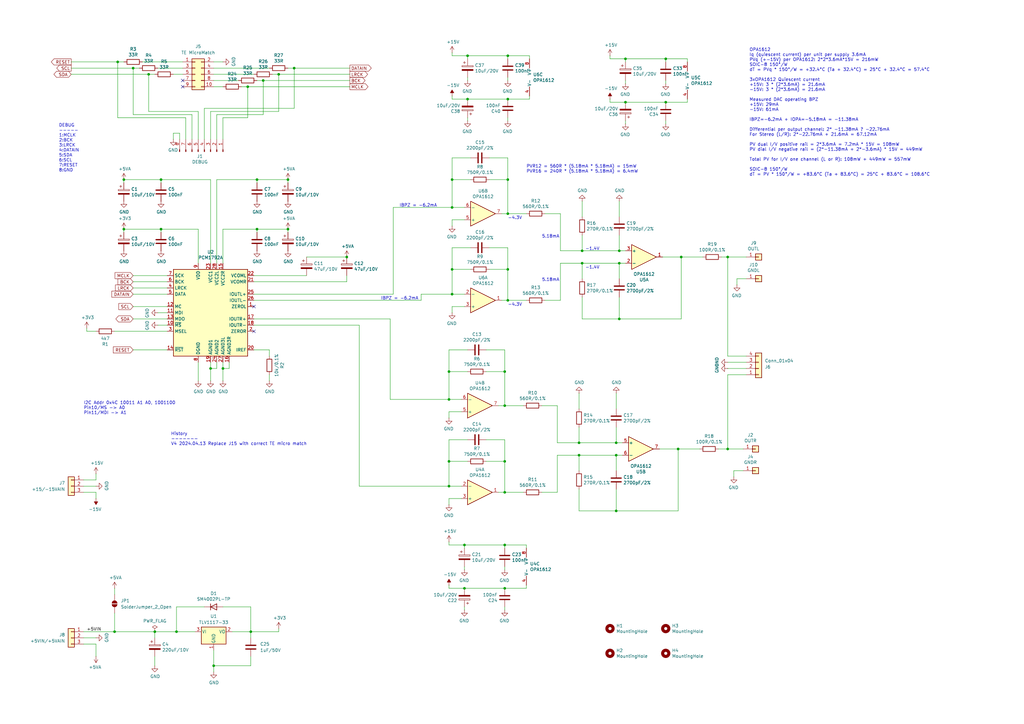
<source format=kicad_sch>
(kicad_sch (version 20231120) (generator "eeschema") (generator_version "8.0")
  (paper "A3")
  (title_block (title "DAC PCM1792A") (date "2024-04-13") (rev "V4"))
  (junction (at 86.36 151.13))
  (junction (at 252.73 181.61))
  (junction (at 185.42 73.66))
  (junction (at 273.05 24.13))
  (junction (at 256.54 41.91))
  (junction (at 185.42 110.49))
  (junction (at 208.28 123.19))
  (junction (at 91.44 151.13))
  (junction (at 208.28 40.64))
  (junction (at 190.5 223.52))
  (junction (at 273.05 41.91))
  (junction (at 120.65 27.94))
  (junction (at 208.28 87.63))
  (junction (at 107.95 33.02))
  (junction (at 278.13 184.15))
  (junction (at 191.77 40.64))
  (junction (at 252.73 186.69))
  (junction (at 191.77 22.86))
  (junction (at 102.87 259.08))
  (junction (at 208.28 73.66))
  (junction (at 184.15 189.23))
  (junction (at 60.96 30.48))
  (junction (at 184.15 152.4))
  (junction (at 254 107.95))
  (junction (at 114.3 30.48))
  (junction (at 207.01 201.93))
  (junction (at 298.45 184.15))
  (junction (at 46.99 259.08))
  (junction (at 190.5 241.3))
  (junction (at 254 130.81))
  (junction (at 50.8 93.98))
  (junction (at 105.41 93.98))
  (junction (at 185.42 85.09))
  (junction (at 252.73 209.55))
  (junction (at 118.11 93.98))
  (junction (at 254 102.87))
  (junction (at 184.15 163.83))
  (junction (at 87.63 273.05))
  (junction (at 54.61 27.94))
  (junction (at 48.26 25.4))
  (junction (at 237.49 186.69))
  (junction (at 118.11 73.66))
  (junction (at 237.49 181.61))
  (junction (at 207.01 189.23))
  (junction (at 184.15 199.39))
  (junction (at 63.5 259.08))
  (junction (at 207.01 241.3))
  (junction (at 72.39 259.08))
  (junction (at 238.76 107.95))
  (junction (at 66.04 73.66))
  (junction (at 142.24 105.41))
  (junction (at 256.54 24.13))
  (junction (at 207.01 223.52))
  (junction (at 208.28 110.49))
  (junction (at 238.76 102.87))
  (junction (at 279.4 105.41))
  (junction (at 185.42 120.65))
  (junction (at 50.8 73.66))
  (junction (at 101.6 35.56))
  (junction (at 208.28 22.86))
  (junction (at 105.41 73.66))
  (junction (at 207.01 166.37))
  (junction (at 66.04 93.98))
  (junction (at 298.45 105.41))
  (junction (at 207.01 152.4))
  (no_connect (at 104.14 135.89))
  (no_connect (at 74.93 33.02))
  (no_connect (at 104.14 125.73))
  (no_connect (at 74.93 35.56))
  (wire (pts (xy 46.99 259.08) (xy 63.5 259.08)))
  (wire (pts (xy 91.44 156.21) (xy 91.44 151.13)))
  (wire (pts (xy 184.15 152.4) (xy 191.77 152.4)))
  (wire (pts (xy 71.12 30.48) (xy 74.93 30.48)))
  (wire (pts (xy 34.29 196.85) (xy 39.37 196.85)))
  (wire (pts (xy 184.15 180.34) (xy 184.15 189.23)))
  (wire (pts (xy 105.41 93.98) (xy 118.11 93.98)))
  (wire (pts (xy 254 102.87) (xy 238.76 102.87)))
  (wire (pts (xy 252.73 209.55) (xy 252.73 200.66)))
  (wire (pts (xy 217.17 39.37) (xy 217.17 40.64)))
  (wire (pts (xy 217.17 40.64) (xy 208.28 40.64)))
  (wire (pts (xy 278.13 209.55) (xy 252.73 209.55)))
  (wire (pts (xy 81.28 93.98) (xy 66.04 93.98)))
  (wire (pts (xy 208.28 101.6) (xy 200.66 101.6)))
  (wire (pts (xy 64.77 133.35) (xy 68.58 133.35)))
  (wire (pts (xy 78.74 46.99) (xy 54.61 46.99)))
  (wire (pts (xy 281.94 41.91) (xy 273.05 41.91)))
  (wire (pts (xy 110.49 146.05) (xy 110.49 143.51)))
  (wire (pts (xy 184.15 199.39) (xy 189.23 199.39)))
  (wire (pts (xy 254 130.81) (xy 254 121.92)))
  (wire (pts (xy 35.56 135.89) (xy 35.56 134.62)))
  (wire (pts (xy 208.28 22.86) (xy 208.28 24.13)))
  (wire (pts (xy 78.74 57.15) (xy 78.74 46.99)))
  (wire (pts (xy 71.12 57.15) (xy 71.12 54.61)))
  (wire (pts (xy 223.52 123.19) (xy 229.87 123.19)))
  (wire (pts (xy 298.45 151.13) (xy 306.07 151.13)))
  (wire (pts (xy 63.5 261.62) (xy 63.5 259.08)))
  (wire (pts (xy 279.4 105.41) (xy 279.4 130.81)))
  (wire (pts (xy 215.9 224.79) (xy 215.9 223.52)))
  (wire (pts (xy 184.15 163.83) (xy 184.15 152.4)))
  (wire (pts (xy 66.04 93.98) (xy 50.8 93.98)))
  (wire (pts (xy 214.63 166.37) (xy 207.01 166.37)))
  (wire (pts (xy 207.01 201.93) (xy 204.47 201.93)))
  (wire (pts (xy 105.41 73.66) (xy 105.41 74.93)))
  (wire (pts (xy 54.61 143.51) (xy 68.58 143.51)))
  (wire (pts (xy 29.21 25.4) (xy 48.26 25.4)))
  (wire (pts (xy 222.25 166.37) (xy 228.6 166.37)))
  (wire (pts (xy 102.87 259.08) (xy 114.3 259.08)))
  (wire (pts (xy 147.32 199.39) (xy 147.32 133.35)))
  (wire (pts (xy 184.15 204.47) (xy 184.15 207.01)))
  (wire (pts (xy 105.41 93.98) (xy 105.41 95.25)))
  (wire (pts (xy 256.54 24.13) (xy 250.19 24.13)))
  (wire (pts (xy 83.82 248.92) (xy 72.39 248.92)))
  (wire (pts (xy 104.14 115.57) (xy 142.24 115.57)))
  (wire (pts (xy 54.61 118.11) (xy 68.58 118.11)))
  (wire (pts (xy 254 96.52) (xy 254 102.87)))
  (wire (pts (xy 302.26 116.84) (xy 302.26 114.3)))
  (wire (pts (xy 104.14 123.19) (xy 172.72 123.19)))
  (wire (pts (xy 252.73 175.26) (xy 252.73 181.61)))
  (wire (pts (xy 110.49 143.51) (xy 104.14 143.51)))
  (wire (pts (xy 114.3 30.48) (xy 114.3 45.72)))
  (wire (pts (xy 214.63 201.93) (xy 207.01 201.93)))
  (wire (pts (xy 229.87 87.63) (xy 229.87 102.87)))
  (wire (pts (xy 60.96 30.48) (xy 63.5 30.48)))
  (wire (pts (xy 88.9 73.66) (xy 105.41 73.66)))
  (wire (pts (xy 185.42 110.49) (xy 185.42 120.65)))
  (wire (pts (xy 207.01 250.19) (xy 207.01 248.92)))
  (wire (pts (xy 208.28 22.86) (xy 191.77 22.86)))
  (wire (pts (xy 83.82 44.45) (xy 83.82 57.15)))
  (wire (pts (xy 256.54 24.13) (xy 256.54 25.4)))
  (wire (pts (xy 81.28 45.72) (xy 60.96 45.72)))
  (wire (pts (xy 185.42 120.65) (xy 190.5 120.65)))
  (wire (pts (xy 72.39 259.08) (xy 80.01 259.08)))
  (wire (pts (xy 72.39 248.92) (xy 72.39 259.08)))
  (wire (pts (xy 298.45 148.59) (xy 306.07 148.59)))
  (wire (pts (xy 298.45 184.15) (xy 304.8 184.15)))
  (wire (pts (xy 207.01 189.23) (xy 207.01 180.34)))
  (wire (pts (xy 184.15 223.52) (xy 184.15 222.25)))
  (wire (pts (xy 190.5 90.17) (xy 185.42 90.17)))
  (wire (pts (xy 54.61 27.94) (xy 54.61 46.99)))
  (wire (pts (xy 184.15 143.51) (xy 184.15 152.4)))
  (wire (pts (xy 184.15 168.91) (xy 184.15 171.45)))
  (wire (pts (xy 190.5 233.68) (xy 190.5 232.41)))
  (wire (pts (xy 102.87 259.08) (xy 102.87 248.92)))
  (wire (pts (xy 273.05 24.13) (xy 273.05 25.4)))
  (wire (pts (xy 207.01 143.51) (xy 199.39 143.51)))
  (wire (pts (xy 207.01 189.23) (xy 207.01 201.93)))
  (wire (pts (xy 229.87 123.19) (xy 229.87 107.95)))
  (wire (pts (xy 39.37 201.93) (xy 34.29 201.93)))
  (wire (pts (xy 191.77 189.23) (xy 184.15 189.23)))
  (wire (pts (xy 191.77 143.51) (xy 184.15 143.51)))
  (wire (pts (xy 228.6 166.37) (xy 228.6 181.61)))
  (wire (pts (xy 110.49 156.21) (xy 110.49 153.67)))
  (wire (pts (xy 64.77 27.94) (xy 74.93 27.94)))
  (wire (pts (xy 73.66 54.61) (xy 73.66 57.15)))
  (wire (pts (xy 281.94 25.4) (xy 281.94 24.13)))
  (wire (pts (xy 306.07 146.05) (xy 298.45 146.05)))
  (wire (pts (xy 86.36 156.21) (xy 86.36 151.13)))
  (wire (pts (xy 189.23 168.91) (xy 184.15 168.91)))
  (wire (pts (xy 87.63 266.7) (xy 87.63 273.05)))
  (wire (pts (xy 215.9 240.03) (xy 215.9 241.3)))
  (wire (pts (xy 114.3 30.48) (xy 143.51 30.48)))
  (wire (pts (xy 193.04 110.49) (xy 185.42 110.49)))
  (wire (pts (xy 60.96 30.48) (xy 60.96 45.72)))
  (wire (pts (xy 185.42 125.73) (xy 185.42 128.27)))
  (wire (pts (xy 118.11 27.94) (xy 120.65 27.94)))
  (wire (pts (xy 229.87 107.95) (xy 238.76 107.95)))
  (wire (pts (xy 118.11 73.66) (xy 118.11 74.93)))
  (wire (pts (xy 273.05 50.8) (xy 273.05 49.53)))
  (wire (pts (xy 125.73 105.41) (xy 142.24 105.41)))
  (wire (pts (xy 237.49 186.69) (xy 237.49 193.04)))
  (wire (pts (xy 81.28 57.15) (xy 81.28 45.72)))
  (wire (pts (xy 208.28 40.64) (xy 191.77 40.64)))
  (wire (pts (xy 193.04 64.77) (xy 185.42 64.77)))
  (wire (pts (xy 160.02 163.83) (xy 184.15 163.83)))
  (wire (pts (xy 237.49 209.55) (xy 252.73 209.55)))
  (wire (pts (xy 190.5 223.52) (xy 190.5 224.79)))
  (wire (pts (xy 34.29 199.39) (xy 39.37 199.39)))
  (wire (pts (xy 191.77 49.53) (xy 191.77 48.26)))
  (wire (pts (xy 238.76 102.87) (xy 238.76 96.52)))
  (wire (pts (xy 118.11 93.98) (xy 118.11 95.25)))
  (wire (pts (xy 190.5 85.09) (xy 185.42 85.09)))
  (wire (pts (xy 88.9 151.13) (xy 88.9 148.59)))
  (wire (pts (xy 142.24 115.57) (xy 142.24 113.03)))
  (wire (pts (xy 76.2 57.15) (xy 76.2 48.26)))
  (wire (pts (xy 252.73 167.64) (xy 252.73 161.29)))
  (wire (pts (xy 252.73 181.61) (xy 237.49 181.61)))
  (wire (pts (xy 208.28 64.77) (xy 200.66 64.77)))
  (wire (pts (xy 147.32 133.35) (xy 104.14 133.35)))
  (wire (pts (xy 254 88.9) (xy 254 82.55)))
  (wire (pts (xy 48.26 48.26) (xy 76.2 48.26)))
  (wire (pts (xy 200.66 110.49) (xy 208.28 110.49)))
  (wire (pts (xy 81.28 107.95) (xy 81.28 93.98)))
  (wire (pts (xy 39.37 196.85) (xy 39.37 194.31)))
  (wire (pts (xy 46.99 251.46) (xy 46.99 259.08)))
  (wire (pts (xy 172.72 123.19) (xy 172.72 120.65)))
  (wire (pts (xy 190.5 125.73) (xy 185.42 125.73)))
  (wire (pts (xy 254 107.95) (xy 256.54 107.95)))
  (wire (pts (xy 217.17 24.13) (xy 217.17 22.86)))
  (wire (pts (xy 273.05 24.13) (xy 256.54 24.13)))
  (wire (pts (xy 270.51 184.15) (xy 278.13 184.15)))
  (wire (pts (xy 207.01 233.68) (xy 207.01 232.41)))
  (wire (pts (xy 88.9 46.99) (xy 107.95 46.99)))
  (wire (pts (xy 189.23 204.47) (xy 184.15 204.47)))
  (wire (pts (xy 191.77 33.02) (xy 191.77 31.75)))
  (wire (pts (xy 87.63 35.56) (xy 91.44 35.56)))
  (wire (pts (xy 207.01 166.37) (xy 204.47 166.37)))
  (wire (pts (xy 193.04 101.6) (xy 185.42 101.6)))
  (wire (pts (xy 46.99 135.89) (xy 68.58 135.89)))
  (wire (pts (xy 102.87 248.92) (xy 91.44 248.92)))
  (wire (pts (xy 208.28 73.66) (xy 208.28 64.77)))
  (wire (pts (xy 207.01 241.3) (xy 190.5 241.3)))
  (wire (pts (xy 191.77 22.86) (xy 191.77 24.13)))
  (wire (pts (xy 228.6 201.93) (xy 228.6 186.69)))
  (wire (pts (xy 279.4 105.41) (xy 288.29 105.41)))
  (wire (pts (xy 238.76 121.92) (xy 238.76 130.81)))
  (wire (pts (xy 199.39 189.23) (xy 207.01 189.23)))
  (wire (pts (xy 199.39 152.4) (xy 207.01 152.4)))
  (wire (pts (xy 114.3 259.08) (xy 114.3 257.81)))
  (wire (pts (xy 191.77 22.86) (xy 185.42 22.86)))
  (wire (pts (xy 254 114.3) (xy 254 107.95)))
  (wire (pts (xy 238.76 88.9) (xy 238.76 82.55)))
  (wire (pts (xy 39.37 264.16) (xy 34.29 264.16)))
  (wire (pts (xy 34.29 259.08) (xy 46.99 259.08)))
  (wire (pts (xy 298.45 153.67) (xy 298.45 184.15)))
  (wire (pts (xy 86.36 45.72) (xy 86.36 57.15)))
  (wire (pts (xy 185.42 85.09) (xy 185.42 73.66)))
  (wire (pts (xy 208.28 110.49) (xy 208.28 101.6)))
  (wire (pts (xy 215.9 223.52) (xy 207.01 223.52)))
  (wire (pts (xy 190.5 223.52) (xy 184.15 223.52)))
  (wire (pts (xy 87.63 275.59) (xy 87.63 273.05)))
  (wire (pts (xy 238.76 107.95) (xy 254 107.95)))
  (wire (pts (xy 185.42 73.66) (xy 193.04 73.66)))
  (wire (pts (xy 278.13 184.15) (xy 287.02 184.15)))
  (wire (pts (xy 88.9 46.99) (xy 88.9 57.15)))
  (wire (pts (xy 281.94 40.64) (xy 281.94 41.91)))
  (wire (pts (xy 87.63 27.94) (xy 110.49 27.94)))
  (wire (pts (xy 295.91 105.41) (xy 298.45 105.41)))
  (wire (pts (xy 87.63 273.05) (xy 102.87 273.05)))
  (wire (pts (xy 54.61 113.03) (xy 68.58 113.03)))
  (wire (pts (xy 91.44 48.26) (xy 91.44 57.15)))
  (wire (pts (xy 207.01 223.52) (xy 207.01 224.79)))
  (wire (pts (xy 93.98 151.13) (xy 93.98 148.59)))
  (wire (pts (xy 48.26 48.26) (xy 48.26 25.4)))
  (wire (pts (xy 66.04 73.66) (xy 86.36 73.66)))
  (wire (pts (xy 107.95 33.02) (xy 107.95 46.99)))
  (wire (pts (xy 50.8 93.98) (xy 50.8 95.25)))
  (wire (pts (xy 102.87 273.05) (xy 102.87 269.24)))
  (wire (pts (xy 101.6 35.56) (xy 99.06 35.56)))
  (wire (pts (xy 87.63 25.4) (xy 91.44 25.4)))
  (wire (pts (xy 54.61 125.73) (xy 68.58 125.73)))
  (wire (pts (xy 161.29 85.09) (xy 185.42 85.09)))
  (wire (pts (xy 200.66 73.66) (xy 208.28 73.66)))
  (wire (pts (xy 298.45 146.05) (xy 298.45 105.41)))
  (wire (pts (xy 184.15 241.3) (xy 184.15 240.03)))
  (wire (pts (xy 237.49 181.61) (xy 237.49 175.26)))
  (wire (pts (xy 208.28 123.19) (xy 205.74 123.19)))
  (wire (pts (xy 86.36 151.13) (xy 88.9 151.13)))
  (wire (pts (xy 91.44 107.95) (xy 91.44 93.98)))
  (wire (pts (xy 256.54 34.29) (xy 256.54 33.02)))
  (wire (pts (xy 185.42 40.64) (xy 185.42 39.37)))
  (wire (pts (xy 273.05 34.29) (xy 273.05 33.02)))
  (wire (pts (xy 86.36 107.95) (xy 86.36 73.66)))
  (wire (pts (xy 54.61 115.57) (xy 68.58 115.57)))
  (wire (pts (xy 91.44 93.98) (xy 105.41 93.98)))
  (wire (pts (xy 191.77 180.34) (xy 184.15 180.34)))
  (wire (pts (xy 215.9 87.63) (xy 208.28 87.63)))
  (wire (pts (xy 34.29 261.62) (xy 39.37 261.62)))
  (wire (pts (xy 95.25 259.08) (xy 102.87 259.08)))
  (wire (pts (xy 64.77 128.27) (xy 68.58 128.27)))
  (wire (pts (xy 190.5 250.19) (xy 190.5 248.92)))
  (wire (pts (xy 39.37 204.47) (xy 39.37 201.93)))
  (wire (pts (xy 104.14 130.81) (xy 160.02 130.81)))
  (wire (pts (xy 208.28 87.63) (xy 205.74 87.63)))
  (wire (pts (xy 252.73 193.04) (xy 252.73 186.69)))
  (wire (pts (xy 46.99 241.3) (xy 46.99 243.84)))
  (wire (pts (xy 185.42 101.6) (xy 185.42 110.49)))
  (wire (pts (xy 185.42 22.86) (xy 185.42 21.59)))
  (wire (pts (xy 184.15 199.39) (xy 147.32 199.39)))
  (wire (pts (xy 39.37 264.16) (xy 39.37 269.24)))
  (wire (pts (xy 208.28 73.66) (xy 208.28 87.63)))
  (wire (pts (xy 208.28 110.49) (xy 208.28 123.19)))
  (wire (pts (xy 68.58 130.81) (xy 54.61 130.81)))
  (wire (pts (xy 237.49 186.69) (xy 252.73 186.69)))
  (wire (pts (xy 252.73 186.69) (xy 255.27 186.69)))
  (wire (pts (xy 256.54 50.8) (xy 256.54 49.53)))
  (wire (pts (xy 87.63 33.02) (xy 97.79 33.02)))
  (wire (pts (xy 87.63 30.48) (xy 104.14 30.48)))
  (wire (pts (xy 215.9 241.3) (xy 207.01 241.3)))
  (wire (pts (xy 238.76 107.95) (xy 238.76 114.3)))
  (wire (pts (xy 278.13 184.15) (xy 278.13 209.55)))
  (wire (pts (xy 58.42 25.4) (xy 74.93 25.4)))
  (wire (pts (xy 88.9 107.95) (xy 88.9 73.66)))
  (wire (pts (xy 63.5 273.05) (xy 63.5 269.24)))
  (wire (pts (xy 190.5 241.3) (xy 184.15 241.3)))
  (wire (pts (xy 29.21 30.48) (xy 60.96 30.48)))
  (wire (pts (xy 191.77 40.64) (xy 185.42 40.64)))
  (wire (pts (xy 273.05 41.91) (xy 256.54 41.91)))
  (wire (pts (xy 91.44 151.13) (xy 93.98 151.13)))
  (wire (pts (xy 215.9 123.19) (xy 208.28 123.19)))
  (wire (pts (xy 185.42 90.17) (xy 185.42 92.71)))
  (wire (pts (xy 250.19 24.13) (xy 250.19 22.86)))
  (wire (pts (xy 105.41 33.02) (xy 107.95 33.02)))
  (wire (pts (xy 229.87 102.87) (xy 238.76 102.87)))
  (wire (pts (xy 161.29 120.65) (xy 161.29 85.09)))
  (wire (pts (xy 54.61 27.94) (xy 57.15 27.94)))
  (wire (pts (xy 184.15 189.23) (xy 184.15 199.39)))
  (wire (pts (xy 120.65 44.45) (xy 120.65 27.94)))
  (wire (pts (xy 160.02 130.81) (xy 160.02 163.83)))
  (wire (pts (xy 250.19 41.91) (xy 250.19 40.64)))
  (wire (pts (xy 120.65 27.94) (xy 143.51 27.94)))
  (wire (pts (xy 107.95 33.02) (xy 143.51 33.02)))
  (wire (pts (xy 39.37 135.89) (xy 35.56 135.89)))
  (wire (pts (xy 207.01 152.4) (xy 207.01 143.51)))
  (wire (pts (xy 104.14 120.65) (xy 161.29 120.65)))
  (wire (pts (xy 71.12 54.61) (xy 73.66 54.61)))
  (wire (pts (xy 101.6 35.56) (xy 143.51 35.56)))
  (wire (pts (xy 256.54 102.87) (xy 254 102.87)))
  (wire (pts (xy 281.94 24.13) (xy 273.05 24.13)))
  (wire (pts (xy 294.64 184.15) (xy 298.45 184.15)))
  (wire (pts (xy 237.49 167.64) (xy 237.49 161.29)))
  (wire (pts (xy 102.87 261.62) (xy 102.87 259.08)))
  (wire (pts (xy 81.28 156.21) (xy 81.28 148.59)))
  (wire (pts (xy 83.82 44.45) (xy 120.65 44.45)))
  (wire (pts (xy 54.61 120.65) (xy 68.58 120.65)))
  (wire (pts (xy 255.27 181.61) (xy 252.73 181.61)))
  (wire (pts (xy 207.01 152.4) (xy 207.01 166.37)))
  (wire (pts (xy 238.76 130.81) (xy 254 130.81)))
  (wire (pts (xy 300.99 195.58) (xy 300.99 193.04)))
  (wire (pts (xy 172.72 120.65) (xy 185.42 120.65)))
  (wire (pts (xy 29.21 27.94) (xy 54.61 27.94)))
  (wire (pts (xy 298.45 105.41) (xy 306.07 105.41)))
  (wire (pts (xy 271.78 105.41) (xy 279.4 105.41)))
  (wire (pts (xy 86.36 151.13) (xy 86.36 148.59)))
  (wire (pts (xy 222.25 201.93) (xy 228.6 201.93)))
  (wire (pts (xy 207.01 180.34) (xy 199.39 180.34)))
  (wire (pts (xy 63.5 259.08) (xy 72.39 259.08)))
  (wire (pts (xy 189.23 163.83) (xy 184.15 163.83)))
  (wire (pts (xy 101.6 35.56) (xy 101.6 48.26)))
  (wire (pts (xy 228.6 181.61) (xy 237.49 181.61)))
  (wire (pts (xy 48.26 25.4) (xy 50.8 25.4)))
  (wire (pts (xy 208.28 33.02) (xy 208.28 31.75)))
  (wire (pts (xy 111.76 30.48) (xy 114.3 30.48)))
  (wire (pts (xy 223.52 87.63) (xy 229.87 87.63)))
  (wire (pts (xy 91.44 48.26) (xy 101.6 48.26)))
  (wire (pts (xy 91.44 151.13) (xy 91.44 148.59)))
  (wire (pts (xy 125.73 113.03) (xy 104.14 113.03)))
  (wire (pts (xy 86.36 45.72) (xy 114.3 45.72)))
  (wire (pts (xy 237.49 200.66) (xy 237.49 209.55)))
  (wire (pts (xy 228.6 186.69) (xy 237.49 186.69)))
  (wire (pts (xy 279.4 130.81) (xy 254 130.81)))
  (wire (pts (xy 256.54 41.91) (xy 250.19 41.91)))
  (wire (pts (xy 50.8 73.66) (xy 50.8 74.93)))
  (wire (pts (xy 217.17 22.86) (xy 208.28 22.86)))
  (wire (pts (xy 66.04 95.25) (xy 66.04 93.98)))
  (wire (pts (xy 207.01 223.52) (xy 190.5 223.52)))
  (wire (pts (xy 66.04 73.66) (xy 50.8 73.66)))
  (wire (pts (xy 185.42 64.77) (xy 185.42 73.66)))
  (wire (pts (xy 306.07 153.67) (xy 298.45 153.67)))
  (wire (pts (xy 300.99 193.04) (xy 304.8 193.04)))
  (wire (pts (xy 208.28 49.53) (xy 208.28 48.26)))
  (wire (pts (xy 105.41 73.66) (xy 118.11 73.66)))
  (wire (pts (xy 66.04 74.93) (xy 66.04 73.66)))
  (wire (pts (xy 302.26 114.3) (xy 306.07 114.3)))
  (text "DEBUG\n-----\n1:MCLK\n2:BCK\n3:LRCK\n4:DATAIN\n5:SDA\n6:SCL\n7:RESET\n8:GND" (at 24.13 60.706 0) (effects (font (size 1.27 1.27)) (justify left)))
  (text "PVR12 = 560R * (5.18mA * 5.18mA) = 15mW\nPVR16 = 240R * (5.18mA * 5.18mA) = 6.4mW\n" (at 215.9 71.12 0) (effects (font (size 1.27 1.27)) (justify left bottom)))
  (text "-4.3V" (at 208.28 125.73 0) (effects (font (size 1.27 1.27)) (justify left bottom)))
  (text "-1.4V" (at 240.03 102.87 0) (effects (font (size 1.27 1.27)) (justify left bottom)))
  (text "History\n-------\nV4 2024.04.13 Replace J15 with correct TE micro match" (at 70.104 180.086 0) (effects (font (size 1.27 1.27)) (justify left)))
  (text "-1.4V" (at 240.03 110.49 0) (effects (font (size 1.27 1.27)) (justify left bottom)))
  (text "-4.3V" (at 208.28 90.17 0) (effects (font (size 1.27 1.27)) (justify left bottom)))
  (text "5.18mA" (at 222.25 115.57 0) (effects (font (size 1.27 1.27)) (justify left bottom)))
  (text "IBPZ = -6.2mA" (at 156.21 123.19 0) (effects (font (size 1.27 1.27)) (justify left bottom)))
  (text "OPA1612\nIq (quiescent current) per unit per supply 3.6mA\nPVq (+-15V) per OPA1612: 2*2*3.6mA*15V = 216mW\nSOIC-8 150°/W\ndT = PVq * 150°/W = +32.4°C (Ta + 32.4°C) = 25°C + 32.4°C = 57.4°C\n\n3xOPA1612 Quiescent current\n+15V: 3 * (2*3.6mA) = 21.6mA\n-15V: 3 * (2*3.6mA) = 21.6mA\n\nMeasured DAC operating BPZ\n+15V: 29mA\n-15V: 61mA\n\nIBPZ=-6.2mA + IOPA=-5.18mA = -11.38mA\n\nDifferential per output channel: 2* -11.38mA ? -22.76mA\nFor Stereo (L/R): 2*-22.76mA + 21.6mA = 67.12mA\n\nPV dual I/V positive rail = 2*3.6mA = 7.2mA * 15V = 108mW\nPV dial I/V negative rail = (2*-11.38mA + 2*-3.6mA) * 15V = 449mW\n\nTotal PV for I/V one channel (L or R): 108mW + 449mW = 557mW\n\nSOIC-8 150°/W\ndT = PV * 150°/W = +83.6°C (Ta + 83.6°C) = 25°C + 83.6°C = 108.6°C" (at 307.34 72.39 0) (effects (font (size 1.27 1.27)) (justify left bottom)))
  (text "5.18mA" (at 222.25 97.79 0) (effects (font (size 1.27 1.27)) (justify left bottom)))
  (text "I2C Addr 0x4C 10011 A1 A0, 1001100\nPin10/MS -> A0\nPin11/MDI -> A1" (at 34.29 170.18 0) (effects (font (size 1.27 1.27)) (justify left bottom)))
  (text "IBPZ = -6.2mA" (at 163.83 85.09 0) (effects (font (size 1.27 1.27)) (justify left bottom)))
  (label "+5VIN" (at 35.56 259.08 0))
  (global_label "DATAIN" (shape input) (at 54.61 120.65 180) (property "Intersheetrefs" "${INTERSHEET_REFS}" (effects (hide yes))))
  (global_label "LRCK" (shape input) (at 54.61 118.11 180) (property "Intersheetrefs" "${INTERSHEET_REFS}" (effects (hide yes))))
  (global_label "RESET" (shape output) (at 29.21 25.4 180) (property "Intersheetrefs" "${INTERSHEET_REFS}" (effects (hide yes))))
  (global_label "DATAIN" (shape output) (at 143.51 27.94 0) (property "Intersheetrefs" "${INTERSHEET_REFS}" (effects (hide yes))))
  (global_label "SCL" (shape output) (at 29.21 27.94 180) (property "Intersheetrefs" "${INTERSHEET_REFS}" (effects (hide yes))))
  (global_label "LRCK" (shape output) (at 143.51 30.48 0) (property "Intersheetrefs" "${INTERSHEET_REFS}" (effects (hide yes))))
  (global_label "BCK" (shape output) (at 143.51 33.02 0) (property "Intersheetrefs" "${INTERSHEET_REFS}" (effects (hide yes))))
  (global_label "SDA" (shape bidirectional) (at 29.21 30.48 180) (property "Intersheetrefs" "${INTERSHEET_REFS}" (effects (hide yes))))
  (global_label "MCLK" (shape input) (at 54.61 113.03 180) (property "Intersheetrefs" "${INTERSHEET_REFS}" (effects (hide yes))))
  (global_label "BCK" (shape input) (at 54.61 115.57 180) (property "Intersheetrefs" "${INTERSHEET_REFS}" (effects (hide yes))))
  (global_label "MCLK" (shape output) (at 143.51 35.56 0) (property "Intersheetrefs" "${INTERSHEET_REFS}" (effects (hide yes))))
  (global_label "SCL" (shape input) (at 54.61 125.73 180) (property "Intersheetrefs" "${INTERSHEET_REFS}" (effects (hide yes))))
  (global_label "SDA" (shape bidirectional) (at 54.61 130.81 180) (property "Intersheetrefs" "${INTERSHEET_REFS}" (effects (hide yes))))
  (global_label "RESET" (shape input) (at 54.61 143.51 180) (property "Intersheetrefs" "${INTERSHEET_REFS}" (effects (hide yes))))
  (symbol (lib_id "Mechanical:MountingHole") (at 250.19 257.81 0) (unit 1)
    (property "Reference" "H1" (at 252.73 256.6416 0) (effects (justify left)))
    (property "Value" "MountingHole" (at 252.73 258.953 0) (effects (justify left)))
    (property "Footprint" "MountingHole:MountingHole_3.2mm_M3_Pad_Via" (effects (hide yes)))
  )
  (symbol (lib_id "Mechanical:MountingHole") (at 273.05 257.81 0) (unit 1)
    (property "Reference" "H3" (at 275.59 256.6416 0) (effects (justify left)))
    (property "Value" "MountingHole" (at 275.59 258.953 0) (effects (justify left)))
    (property "Footprint" "MountingHole:MountingHole_3.2mm_M3_Pad_Via" (effects (hide yes)))
  )
  (symbol (lib_id "Mechanical:MountingHole") (at 250.19 267.97 0) (unit 1)
    (property "Reference" "H2" (at 252.73 266.8016 0) (effects (justify left)))
    (property "Value" "MountingHole" (at 252.73 269.113 0) (effects (justify left)))
    (property "Footprint" "MountingHole:MountingHole_3.2mm_M3_Pad_Via" (effects (hide yes)))
  )
  (symbol (lib_id "Mechanical:MountingHole") (at 273.05 267.97 0) (unit 1)
    (property "Reference" "H4" (at 275.59 266.8016 0) (effects (justify left)))
    (property "Value" "MountingHole" (at 275.59 269.113 0) (effects (justify left)))
    (property "Footprint" "MountingHole:MountingHole_3.2mm_M3_Pad_Via" (effects (hide yes)))
  )
  (symbol (lib_id "power:PWR_FLAG") (at 63.5 259.08 0) (unit 1)
    (property "Reference" "#FLG0102" (effects (hide yes)))
    (property "Value" "PWR_FLAG" (at 63.5 254.6858 0))
    (property "Description" "Special symbol for telling ERC where power comes from" (effects (hide yes)))
  )
  (symbol (lib_id "power:GND") (at 87.63 275.59 0) (unit 1)
    (property "Reference" "#PWR0102" (effects (hide yes)))
    (property "Value" "GND" (at 87.757 279.9842 0))
    (property "Description" "Power symbol creates a global label with name \"GND\" , ground" (effects (hide yes)))
  )
  (symbol (lib_id "Device:C_Polarized") (at 256.54 29.21 0) (unit 1)
    (property "Reference" "C35" (at 259.5372 28.0416 0) (effects (justify left)))
    (property "Value" "10uF/20V" (at 259.5372 30.353 0) (effects (justify left)))
    (property "Footprint" "Capacitor_Tantalum_SMD:CP_EIA-3528-21_Kemet-B_Pad1.50x2.35mm_HandSolder" (effects (hide yes)))
    (property "Description" "Polarized capacitor" (effects (hide yes)))
  )
  (symbol (lib_id "Device:C_Polarized") (at 256.54 45.72 180) (unit 1)
    (property "Reference" "C36" (at 253.5428 46.8884 0) (effects (justify left)))
    (property "Value" "10uF/20V" (at 253.5428 44.577 0) (effects (justify left)))
    (property "Footprint" "Capacitor_Tantalum_SMD:CP_EIA-3528-21_Kemet-B_Pad1.50x2.35mm_HandSolder" (effects (hide yes)))
    (property "Description" "Polarized capacitor" (effects (hide yes)))
  )
  (symbol (lib_id "Device:C") (at 273.05 29.21 0) (unit 1)
    (property "Reference" "C33" (at 275.971 28.0416 0) (effects (justify left)))
    (property "Value" "100nF" (at 275.971 30.353 0) (effects (justify left)))
    (property "Footprint" "Capacitor_SMD:C_0603_1608Metric_Pad1.08x0.95mm_HandSolder" (effects (hide yes)))
  )
  (symbol (lib_id "Device:C") (at 273.05 45.72 180) (unit 1)
    (property "Reference" "C34" (at 270.129 46.8884 0) (effects (justify left)))
    (property "Value" "100nF" (at 270.129 44.577 0) (effects (justify left)))
    (property "Footprint" "Capacitor_SMD:C_0603_1608Metric_Pad1.08x0.95mm_HandSolder" (effects (hide yes)))
  )
  (symbol (lib_id "Amplifier_Operational:OPA1678") (at 284.48 33.02 0) (unit 3)
    (property "Reference" "U5" (at 283.4132 31.8516 0) (effects (justify left)))
    (property "Value" "OPA1612" (at 283.4132 34.163 0) (effects (justify left)))
    (property "Footprint" "Package_SO:SOIC-8_3.9x4.9mm_P1.27mm" (effects (hide yes)))
    (property "Datasheet" "http://www.ti.com/lit/ds/symlink/opa1678.pdf" (effects (hide yes)))
  )
  (symbol (lib_id "power:+3.3V") (at 114.3 257.81 0) (unit 1)
    (property "Reference" "#PWR0105" (effects (hide yes)))
    (property "Value" "+3V3" (at 114.681 253.4158 0))
    (property "Description" "Power symbol creates a global label with name \"+3.3V\"" (effects (hide yes)))
  )
  (symbol (lib_id "power:GND") (at 63.5 273.05 0) (unit 1)
    (property "Reference" "#PWR0101" (effects (hide yes)))
    (property "Value" "GND" (at 63.627 277.4442 0))
    (property "Description" "Power symbol creates a global label with name \"GND\" , ground" (effects (hide yes)))
  )
  (symbol (lib_id "power:GND") (at 39.37 199.39 90) (unit 1)
    (property "Reference" "#PWR0139" (effects (hide yes)))
    (property "Value" "GND" (at 43.7642 199.263 0))
    (property "Description" "Power symbol creates a global label with name \"GND\" , ground" (effects (hide yes)))
  )
  (symbol (lib_id "power:+15V") (at 39.37 194.31 0) (unit 1)
    (property "Reference" "#PWR0140" (effects (hide yes)))
    (property "Value" "+15V" (at 39.751 189.9158 0))
    (property "Description" "Power symbol creates a global label with name \"+15V\"" (effects (hide yes)))
  )
  (symbol (lib_id "power:-15V") (at 39.37 204.47 180) (unit 1)
    (property "Reference" "#PWR0141" (effects (hide yes)))
    (property "Value" "-15V" (at 38.989 208.8642 0))
    (property "Description" "Power symbol creates a global label with name \"-15V\"" (effects (hide yes)))
  )
  (symbol (lib_id "Connector_Generic:Conn_01x01") (at 311.15 105.41 0) (mirror x) (unit 1)
    (property "Reference" "J9" (at 309.0672 99.695 0))
    (property "Value" "OUTL" (at 309.0672 102.0064 0))
    (property "Footprint" "Connector_Pin:Pin_D1.0mm_L10.0mm" (effects (hide yes)))
  )
  (symbol (lib_id "Connector_Generic:Conn_01x01") (at 311.15 114.3 0) (mirror x) (unit 1)
    (property "Reference" "J10" (at 309.0672 108.585 0))
    (property "Value" "GNDL" (at 309.0672 110.8964 0))
    (property "Footprint" "Connector_Pin:Pin_D1.0mm_L10.0mm" (effects (hide yes)))
  )
  (symbol (lib_id "power:GND") (at 302.26 116.84 0) (mirror y) (unit 1)
    (property "Reference" "#PWR0143" (effects (hide yes)))
    (property "Value" "GND" (at 302.133 121.2342 0))
    (property "Description" "Power symbol creates a global label with name \"GND\" , ground" (effects (hide yes)))
  )
  (symbol (lib_id "Audio:PCM1792A") (at 86.36 128.27 0) (unit 1)
    (property "Reference" "U2" (at 86.36 103.3526 0))
    (property "Value" "PCM1792A" (at 86.36 105.664 0))
    (property "Footprint" "Package_SO:SSOP-28_5.3x10.2mm_P0.65mm" (effects (hide yes)))
    (property "Datasheet" "http://www.ti.com/lit/ds/symlink/pcm1792a.pdf" (effects (hide yes)))
  )
  (symbol (lib_id "Connector:Conn_01x08_Pin") (at 83.82 62.23 270) (mirror x) (unit 1)
    (property "Reference" "J1" (at 81.9912 64.0842 90))
    (property "Value" "DEBUG" (at 81.9912 66.3956 90))
    (property "Footprint" "Connector_PinHeader_2.54mm:PinHeader_1x08_P2.54mm_Vertical" (effects (hide yes)))
    (property "Description" "Generic connector, single row, 01x08, script generated" (effects (hide yes)))
  )
  (symbol (lib_id "power:GND") (at 71.12 57.15 0) (mirror y) (unit 1)
    (property "Reference" "#PWR010" (effects (hide yes)))
    (property "Value" "GND" (at 70.993 61.5442 0))
    (property "Description" "Power symbol creates a global label with name \"GND\" , ground" (effects (hide yes)))
  )
  (symbol (lib_id "Device:C") (at 66.04 99.06 0) (unit 1)
    (property "Reference" "C6" (at 68.961 97.8916 0) (effects (justify left)))
    (property "Value" "100nF" (at 68.961 100.203 0) (effects (justify left)))
    (property "Footprint" "Capacitor_SMD:C_0603_1608Metric_Pad1.08x0.95mm_HandSolder" (effects (hide yes)))
  )
  (symbol (lib_id "Device:C_Polarized") (at 50.8 99.06 0) (unit 1)
    (property "Reference" "C3" (at 53.7972 97.8916 0) (effects (justify left)))
    (property "Value" "10uF/10V" (at 53.7972 100.203 0) (effects (justify left)))
    (property "Footprint" "Capacitor_Tantalum_SMD:CP_EIA-3216-18_Kemet-A_Pad1.58x1.35mm_HandSolder" (effects (hide yes)))
    (property "Description" "Polarized capacitor" (effects (hide yes)))
  )
  (symbol (lib_id "power:GND") (at 50.8 102.87 0) (unit 1)
    (property "Reference" "#PWR05" (effects (hide yes)))
    (property "Value" "GND" (at 50.927 107.2642 0))
    (property "Description" "Power symbol creates a global label with name \"GND\" , ground" (effects (hide yes)))
  )
  (symbol (lib_id "power:GND") (at 66.04 102.87 0) (unit 1)
    (property "Reference" "#PWR09" (effects (hide yes)))
    (property "Value" "GND" (at 66.167 107.2642 0))
    (property "Description" "Power symbol creates a global label with name \"GND\" , ground" (effects (hide yes)))
  )
  (symbol (lib_id "power:+3.3V") (at 50.8 93.98 0) (unit 1)
    (property "Reference" "#PWR04" (effects (hide yes)))
    (property "Value" "+3V3" (at 51.181 89.5858 0))
    (property "Description" "Power symbol creates a global label with name \"+3.3V\"" (effects (hide yes)))
  )
  (symbol (lib_id "Device:C") (at 66.04 78.74 0) (unit 1)
    (property "Reference" "C5" (at 68.961 77.5716 0) (effects (justify left)))
    (property "Value" "100nF" (at 68.961 79.883 0) (effects (justify left)))
    (property "Footprint" "Capacitor_SMD:C_0603_1608Metric_Pad1.08x0.95mm_HandSolder" (effects (hide yes)))
  )
  (symbol (lib_id "Device:C_Polarized") (at 50.8 78.74 0) (unit 1)
    (property "Reference" "C1" (at 53.7972 77.5716 0) (effects (justify left)))
    (property "Value" "10uF/10V" (at 53.7972 79.883 0) (effects (justify left)))
    (property "Footprint" "Capacitor_Tantalum_SMD:CP_EIA-3216-18_Kemet-A_Pad1.58x1.35mm_HandSolder" (effects (hide yes)))
    (property "Description" "Polarized capacitor" (effects (hide yes)))
  )
  (symbol (lib_id "power:GND") (at 50.8 82.55 0) (unit 1)
    (property "Reference" "#PWR03" (effects (hide yes)))
    (property "Value" "GND" (at 50.927 86.9442 0))
    (property "Description" "Power symbol creates a global label with name \"GND\" , ground" (effects (hide yes)))
  )
  (symbol (lib_id "power:GND") (at 66.04 82.55 0) (unit 1)
    (property "Reference" "#PWR08" (effects (hide yes)))
    (property "Value" "GND" (at 66.167 86.9442 0))
    (property "Description" "Power symbol creates a global label with name \"GND\" , ground" (effects (hide yes)))
  )
  (symbol (lib_id "power:GND") (at 273.05 50.8 0) (mirror y) (unit 1)
    (property "Reference" "#PWR0162" (effects (hide yes)))
    (property "Value" "GND" (at 272.923 55.1942 0))
    (property "Description" "Power symbol creates a global label with name \"GND\" , ground" (effects (hide yes)))
  )
  (symbol (lib_id "power:GND") (at 273.05 34.29 0) (mirror y) (unit 1)
    (property "Reference" "#PWR0163" (effects (hide yes)))
    (property "Value" "GND" (at 272.923 38.6842 0))
    (property "Description" "Power symbol creates a global label with name \"GND\" , ground" (effects (hide yes)))
  )
  (symbol (lib_id "power:+5VA") (at 50.8 73.66 0) (unit 1)
    (property "Reference" "#PWR02" (effects (hide yes)))
    (property "Value" "+5VA" (at 51.181 69.2658 0))
    (property "Description" "Power symbol creates a global label with name \"+5VA\"" (effects (hide yes)))
  )
  (symbol (lib_id "Device:R") (at 54.61 25.4 90) (mirror x) (unit 1)
    (property "Reference" "R3" (at 54.61 20.1422 90))
    (property "Value" "33R" (at 54.61 22.4536 90))
    (property "Footprint" "Resistor_SMD:R_0603_1608Metric_Pad0.98x0.95mm_HandSolder" (effects (hide yes)))
  )
  (symbol (lib_id "Device:R") (at 60.96 27.94 90) (mirror x) (unit 1)
    (property "Reference" "R4" (at 60.96 22.6822 90))
    (property "Value" "33R" (at 60.96 24.9936 90))
    (property "Footprint" "Resistor_SMD:R_0603_1608Metric_Pad0.98x0.95mm_HandSolder" (effects (hide yes)))
  )
  (symbol (lib_id "Device:R") (at 67.31 30.48 90) (mirror x) (unit 1)
    (property "Reference" "R5" (at 67.31 25.2222 90))
    (property "Value" "33R" (at 67.31 27.5336 90))
    (property "Footprint" "Resistor_SMD:R_0603_1608Metric_Pad0.98x0.95mm_HandSolder" (effects (hide yes)))
  )
  (symbol (lib_id "Device:C") (at 105.41 99.06 0) (unit 1)
    (property "Reference" "C8" (at 108.331 97.8916 0) (effects (justify left)))
    (property "Value" "100nF" (at 108.331 100.203 0) (effects (justify left)))
    (property "Footprint" "Capacitor_SMD:C_0603_1608Metric_Pad1.08x0.95mm_HandSolder" (effects (hide yes)))
  )
  (symbol (lib_id "power:GND") (at 105.41 102.87 0) (unit 1)
    (property "Reference" "#PWR015" (effects (hide yes)))
    (property "Value" "GND" (at 105.537 107.2642 0))
    (property "Description" "Power symbol creates a global label with name \"GND\" , ground" (effects (hide yes)))
  )
  (symbol (lib_id "Device:C_Polarized") (at 118.11 99.06 0) (unit 1)
    (property "Reference" "C10" (at 121.1072 97.8916 0) (effects (justify left)))
    (property "Value" "10uF/10V" (at 121.1072 100.203 0) (effects (justify left)))
    (property "Footprint" "Capacitor_Tantalum_SMD:CP_EIA-3216-18_Kemet-A_Pad1.58x1.35mm_HandSolder" (effects (hide yes)))
    (property "Description" "Polarized capacitor" (effects (hide yes)))
  )
  (symbol (lib_id "power:GND") (at 118.11 102.87 0) (unit 1)
    (property "Reference" "#PWR020" (effects (hide yes)))
    (property "Value" "GND" (at 118.237 107.2642 0))
    (property "Description" "Power symbol creates a global label with name \"GND\" , ground" (effects (hide yes)))
  )
  (symbol (lib_id "power:GND") (at 256.54 50.8 0) (mirror y) (unit 1)
    (property "Reference" "#PWR0164" (effects (hide yes)))
    (property "Value" "GND" (at 256.413 55.1942 0))
    (property "Description" "Power symbol creates a global label with name \"GND\" , ground" (effects (hide yes)))
  )
  (symbol (lib_id "power:GND") (at 256.54 34.29 0) (mirror y) (unit 1)
    (property "Reference" "#PWR0166" (effects (hide yes)))
    (property "Value" "GND" (at 256.413 38.6842 0))
    (property "Description" "Power symbol creates a global label with name \"GND\" , ground" (effects (hide yes)))
  )
  (symbol (lib_id "power:+5VA") (at 118.11 93.98 0) (unit 1)
    (property "Reference" "#PWR019" (effects (hide yes)))
    (property "Value" "+5VA" (at 118.491 89.5858 0))
    (property "Description" "Power symbol creates a global label with name \"+5VA\"" (effects (hide yes)))
  )
  (symbol (lib_id "Device:C") (at 105.41 78.74 0) (unit 1)
    (property "Reference" "C7" (at 108.331 77.5716 0) (effects (justify left)))
    (property "Value" "100nF" (at 108.331 79.883 0) (effects (justify left)))
    (property "Footprint" "Capacitor_SMD:C_0603_1608Metric_Pad1.08x0.95mm_HandSolder" (effects (hide yes)))
  )
  (symbol (lib_id "power:GND") (at 105.41 82.55 0) (unit 1)
    (property "Reference" "#PWR014" (effects (hide yes)))
    (property "Value" "GND" (at 105.537 86.9442 0))
    (property "Description" "Power symbol creates a global label with name \"GND\" , ground" (effects (hide yes)))
  )
  (symbol (lib_id "Device:C_Polarized") (at 118.11 78.74 0) (unit 1)
    (property "Reference" "C9" (at 121.1072 77.5716 0) (effects (justify left)))
    (property "Value" "10uF/10V" (at 121.1072 79.883 0) (effects (justify left)))
    (property "Footprint" "Capacitor_Tantalum_SMD:CP_EIA-3216-18_Kemet-A_Pad1.58x1.35mm_HandSolder" (effects (hide yes)))
    (property "Description" "Polarized capacitor" (effects (hide yes)))
  )
  (symbol (lib_id "power:GND") (at 118.11 82.55 0) (unit 1)
    (property "Reference" "#PWR018" (effects (hide yes)))
    (property "Value" "GND" (at 118.237 86.9442 0))
    (property "Description" "Power symbol creates a global label with name \"GND\" , ground" (effects (hide yes)))
  )
  (symbol (lib_id "power:+5VA") (at 118.11 73.66 0) (unit 1)
    (property "Reference" "#PWR017" (effects (hide yes)))
    (property "Value" "+5VA" (at 118.491 69.2658 0))
    (property "Description" "Power symbol creates a global label with name \"+5VA\"" (effects (hide yes)))
  )
  (symbol (lib_id "Device:C_Polarized") (at 125.73 109.22 0) (unit 1)
    (property "Reference" "C11" (at 128.7272 108.0516 0) (effects (justify left)))
    (property "Value" "47uF/10V" (at 128.7272 110.363 0) (effects (justify left)))
    (property "Footprint" "Capacitor_Tantalum_SMD:CP_EIA-3528-12_Kemet-T_Pad1.50x2.35mm_HandSolder" (effects (hide yes)))
    (property "Description" "Polarized capacitor" (effects (hide yes)))
  )
  (symbol (lib_id "Device:C_Polarized") (at 142.24 109.22 0) (unit 1)
    (property "Reference" "C12" (at 145.2372 108.0516 0) (effects (justify left)))
    (property "Value" "47uF/10V" (at 145.2372 110.363 0) (effects (justify left)))
    (property "Footprint" "Capacitor_Tantalum_SMD:CP_EIA-3528-12_Kemet-T_Pad1.50x2.35mm_HandSolder" (effects (hide yes)))
    (property "Description" "Polarized capacitor" (effects (hide yes)))
  )
  (symbol (lib_id "power:+15V") (at 250.19 22.86 0) (unit 1)
    (property "Reference" "#PWR0167" (effects (hide yes)))
    (property "Value" "+15V" (at 250.571 18.4658 0))
    (property "Description" "Power symbol creates a global label with name \"+15V\"" (effects (hide yes)))
  )
  (symbol (lib_id "power:-15V") (at 250.19 40.64 0) (unit 1)
    (property "Reference" "#PWR0168" (effects (hide yes)))
    (property "Value" "-15V" (at 250.571 36.2458 0))
    (property "Description" "Power symbol creates a global label with name \"-15V\"" (effects (hide yes)))
  )
  (symbol (lib_id "power:+5VA") (at 142.24 105.41 0) (unit 1)
    (property "Reference" "#PWR021" (effects (hide yes)))
    (property "Value" "+5VA" (at 142.621 101.0158 0))
    (property "Description" "Power symbol creates a global label with name \"+5VA\"" (effects (hide yes)))
  )
  (symbol (lib_id "Device:R") (at 110.49 149.86 180) (unit 1)
    (property "Reference" "R2" (at 115.7478 149.86 90))
    (property "Value" "10k/0.1%" (at 113.4364 149.86 90))
    (property "Footprint" "Resistor_SMD:R_0603_1608Metric_Pad0.98x0.95mm_HandSolder" (effects (hide yes)))
  )
  (symbol (lib_id "power:GND") (at 110.49 156.21 0) (unit 1)
    (property "Reference" "#PWR016" (effects (hide yes)))
    (property "Value" "GND" (at 110.617 160.6042 0))
    (property "Description" "Power symbol creates a global label with name \"GND\" , ground" (effects (hide yes)))
  )
  (symbol (lib_id "power:GND") (at 81.28 156.21 0) (unit 1)
    (property "Reference" "#PWR011" (effects (hide yes)))
    (property "Value" "GND" (at 81.407 160.6042 0))
    (property "Description" "Power symbol creates a global label with name \"GND\" , ground" (effects (hide yes)))
  )
  (symbol (lib_id "power:GND") (at 64.77 128.27 270) (unit 1)
    (property "Reference" "#PWR06" (effects (hide yes)))
    (property "Value" "GND" (at 60.3758 128.397 0))
    (property "Description" "Power symbol creates a global label with name \"GND\" , ground" (effects (hide yes)))
  )
  (symbol (lib_id "power:GND") (at 64.77 133.35 270) (unit 1)
    (property "Reference" "#PWR07" (effects (hide yes)))
    (property "Value" "GND" (at 60.3758 133.477 0))
    (property "Description" "Power symbol creates a global label with name \"GND\" , ground" (effects (hide yes)))
  )
  (symbol (lib_id "power:GND") (at 86.36 156.21 0) (unit 1)
    (property "Reference" "#PWR012" (effects (hide yes)))
    (property "Value" "GND" (at 86.487 160.6042 0))
    (property "Description" "Power symbol creates a global label with name \"GND\" , ground" (effects (hide yes)))
  )
  (symbol (lib_id "power:GND") (at 91.44 156.21 0) (unit 1)
    (property "Reference" "#PWR013" (effects (hide yes)))
    (property "Value" "GND" (at 91.567 160.6042 0))
    (property "Description" "Power symbol creates a global label with name \"GND\" , ground" (effects (hide yes)))
  )
  (symbol (lib_id "Device:R") (at 43.18 135.89 90) (unit 1)
    (property "Reference" "R1" (at 43.18 141.1478 90))
    (property "Value" "4k7" (at 43.18 138.8364 90))
    (property "Footprint" "Resistor_SMD:R_0603_1608Metric_Pad0.98x0.95mm_HandSolder" (effects (hide yes)))
  )
  (symbol (lib_id "Device:R") (at 196.85 73.66 270) (unit 1)
    (property "Reference" "R8" (at 196.85 68.4022 90))
    (property "Value" "750R/0.1%" (at 196.85 70.7136 90))
    (property "Footprint" "Resistor_SMD:R_0603_1608Metric_Pad0.98x0.95mm_HandSolder" (effects (hide yes)))
  )
  (symbol (lib_id "Device:R") (at 196.85 110.49 270) (unit 1)
    (property "Reference" "R9" (at 196.85 105.2322 90))
    (property "Value" "750R/0.1%" (at 196.85 107.5436 90))
    (property "Footprint" "Resistor_SMD:R_0603_1608Metric_Pad0.98x0.95mm_HandSolder" (effects (hide yes)))
  )
  (symbol (lib_id "Device:C") (at 196.85 101.6 270) (unit 1)
    (property "Reference" "C16" (at 196.85 95.1992 90))
    (property "Value" "2200pF/2%" (at 196.85 97.5106 90))
    (property "Footprint" "Capacitor_SMD:C_0805_2012Metric_Pad1.18x1.45mm_HandSolder" (effects (hide yes)))
  )
  (symbol (lib_id "Device:C") (at 196.85 64.77 270) (unit 1)
    (property "Reference" "C15" (at 196.85 58.3692 90))
    (property "Value" "2200pF/2%" (at 196.85 60.6806 90))
    (property "Footprint" "Capacitor_SMD:C_0805_2012Metric_Pad1.18x1.45mm_HandSolder" (effects (hide yes)))
  )
  (symbol (lib_id "power:GND") (at 185.42 92.71 0) (mirror y) (unit 1)
    (property "Reference" "#PWR024" (effects (hide yes)))
    (property "Value" "GND" (at 185.293 97.1042 0))
    (property "Description" "Power symbol creates a global label with name \"GND\" , ground" (effects (hide yes)))
  )
  (symbol (lib_id "power:GND") (at 185.42 128.27 0) (mirror y) (unit 1)
    (property "Reference" "#PWR025" (effects (hide yes)))
    (property "Value" "GND" (at 185.293 132.6642 0))
    (property "Description" "Power symbol creates a global label with name \"GND\" , ground" (effects (hide yes)))
  )
  (symbol (lib_id "Amplifier_Operational:OPA1678") (at 264.16 105.41 0) (unit 1)
    (property "Reference" "U5" (at 264.16 114.7318 0))
    (property "Value" "OPA1612" (at 264.16 112.4204 0))
    (property "Footprint" "Package_SO:SOIC-8_3.9x4.9mm_P1.27mm" (effects (hide yes)))
    (property "Datasheet" "https://www.digikey.ch/product-detail/de/texas-instruments/OPA1612AIDR/296-39098-1-ND/5143116" (effects (hide yes)))
  )
  (symbol (lib_id "Device:R") (at 219.71 87.63 270) (unit 1)
    (property "Reference" "R12" (at 219.71 82.3722 90))
    (property "Value" "560R/0.1%" (at 219.71 84.6836 90))
    (property "Footprint" "Resistor_SMD:R_0603_1608Metric_Pad0.98x0.95mm_HandSolder" (effects (hide yes)))
  )
  (symbol (lib_id "Device:R") (at 238.76 92.71 0) (unit 1)
    (property "Reference" "R16" (at 240.538 91.5416 0) (effects (justify left)))
    (property "Value" "270R/0.1%" (at 240.538 93.853 0) (effects (justify left)))
    (property "Footprint" "Resistor_SMD:R_0603_1608Metric_Pad0.98x0.95mm_HandSolder" (effects (hide yes)))
  )
  (symbol (lib_id "Device:C") (at 254 92.71 0) (unit 1)
    (property "Reference" "C19" (at 256.921 91.5416 0) (effects (justify left)))
    (property "Value" "2700pF/2%" (at 256.921 93.853 0) (effects (justify left)))
    (property "Footprint" "Capacitor_SMD:C_0805_2012Metric_Pad1.18x1.45mm_HandSolder" (effects (hide yes)))
  )
  (symbol (lib_id "Device:R") (at 292.1 105.41 270) (unit 1)
    (property "Reference" "R19" (at 292.1 100.1522 90))
    (property "Value" "100R/0.1%" (at 292.1 102.4636 90))
    (property "Footprint" "Resistor_SMD:R_0603_1608Metric_Pad0.98x0.95mm_HandSolder" (effects (hide yes)))
  )
  (symbol (lib_id "Device:R") (at 219.71 123.19 270) (unit 1)
    (property "Reference" "R13" (at 219.71 117.9322 90))
    (property "Value" "560R/0.1%" (at 219.71 120.2436 90))
    (property "Footprint" "Resistor_SMD:R_0603_1608Metric_Pad0.98x0.95mm_HandSolder" (effects (hide yes)))
  )
  (symbol (lib_id "Device:R") (at 238.76 118.11 0) (unit 1)
    (property "Reference" "R17" (at 240.538 116.9416 0) (effects (justify left)))
    (property "Value" "270R/0.1%" (at 240.538 119.253 0) (effects (justify left)))
    (property "Footprint" "Resistor_SMD:R_0603_1608Metric_Pad0.98x0.95mm_HandSolder" (effects (hide yes)))
  )
  (symbol (lib_id "Device:C") (at 254 118.11 0) (unit 1)
    (property "Reference" "C20" (at 256.921 116.9416 0) (effects (justify left)))
    (property "Value" "2700pF/2%" (at 256.921 119.253 0) (effects (justify left)))
    (property "Footprint" "Capacitor_SMD:C_0805_2012Metric_Pad1.18x1.45mm_HandSolder" (effects (hide yes)))
  )
  (symbol (lib_id "power:GND") (at 254 82.55 0) (mirror x) (unit 1)
    (property "Reference" "#PWR029" (effects (hide yes)))
    (property "Value" "GND" (at 254.127 78.1558 0))
    (property "Description" "Power symbol creates a global label with name \"GND\" , ground" (effects (hide yes)))
  )
  (symbol (lib_id "power:GND") (at 238.76 82.55 0) (mirror x) (unit 1)
    (property "Reference" "#PWR027" (effects (hide yes)))
    (property "Value" "GND" (at 238.887 78.1558 0))
    (property "Description" "Power symbol creates a global label with name \"GND\" , ground" (effects (hide yes)))
  )
  (symbol (lib_id "Connector_Generic:Conn_01x01") (at 309.88 193.04 0) (mirror x) (unit 1)
    (property "Reference" "J4" (at 307.7972 187.325 0))
    (property "Value" "GNDR" (at 307.7972 189.6364 0))
    (property "Footprint" "Connector_Pin:Pin_D1.0mm_L10.0mm" (effects (hide yes)))
  )
  (symbol (lib_id "power:GND") (at 300.99 195.58 0) (mirror y) (unit 1)
    (property "Reference" "#PWR030" (effects (hide yes)))
    (property "Value" "GND" (at 300.863 199.9742 0))
    (property "Description" "Power symbol creates a global label with name \"GND\" , ground" (effects (hide yes)))
  )
  (symbol (lib_id "Connector_Generic:Conn_01x01") (at 309.88 184.15 0) (mirror x) (unit 1)
    (property "Reference" "J2" (at 307.7972 178.435 0))
    (property "Value" "OUTR" (at 307.7972 180.7464 0))
    (property "Footprint" "Connector_Pin:Pin_D1.0mm_L10.0mm" (effects (hide yes)))
  )
  (symbol (lib_id "Amplifier_Operational:OPA1678") (at 196.85 201.93 0) (mirror x) (unit 1)
    (property "Reference" "U4" (at 196.85 192.6082 0))
    (property "Value" "OPA1612" (at 196.85 194.9196 0))
    (property "Footprint" "Package_SO:SOIC-8_3.9x4.9mm_P1.27mm" (effects (hide yes)))
    (property "Datasheet" "https://www.digikey.ch/product-detail/de/texas-instruments/OPA1612AIDR/296-39098-1-ND/5143116" (effects (hide yes)))
  )
  (symbol (lib_id "Amplifier_Operational:OPA1678") (at 196.85 166.37 0) (mirror x) (unit 2)
    (property "Reference" "U4" (at 196.85 157.0482 0))
    (property "Value" "OPA1612" (at 196.85 159.3596 0))
    (property "Footprint" "Package_SO:SOIC-8_3.9x4.9mm_P1.27mm" (effects (hide yes)))
    (property "Datasheet" "https://www.digikey.ch/product-detail/de/texas-instruments/OPA1612AIDR/296-39098-1-ND/5143116" (effects (hide yes)))
  )
  (symbol (lib_id "Device:R") (at 195.58 152.4 270) (unit 1)
    (property "Reference" "R6" (at 195.58 147.1422 90))
    (property "Value" "750R/0.1%" (at 195.58 149.4536 90))
    (property "Footprint" "Resistor_SMD:R_0603_1608Metric_Pad0.98x0.95mm_HandSolder" (effects (hide yes)))
  )
  (symbol (lib_id "Device:R") (at 195.58 189.23 270) (unit 1)
    (property "Reference" "R7" (at 195.58 183.9722 90))
    (property "Value" "750R/0.1%" (at 195.58 186.2836 90))
    (property "Footprint" "Resistor_SMD:R_0603_1608Metric_Pad0.98x0.95mm_HandSolder" (effects (hide yes)))
  )
  (symbol (lib_id "Device:C") (at 195.58 180.34 270) (unit 1)
    (property "Reference" "C14" (at 195.58 173.9392 90))
    (property "Value" "2200pF/2%" (at 195.58 176.2506 90))
    (property "Footprint" "Capacitor_SMD:C_0805_2012Metric_Pad1.18x1.45mm_HandSolder" (effects (hide yes)))
  )
  (symbol (lib_id "Device:C") (at 195.58 143.51 270) (unit 1)
    (property "Reference" "C13" (at 195.58 137.1092 90))
    (property "Value" "2200pF/2%" (at 195.58 139.4206 90))
    (property "Footprint" "Capacitor_SMD:C_0805_2012Metric_Pad1.18x1.45mm_HandSolder" (effects (hide yes)))
  )
  (symbol (lib_id "power:GND") (at 184.15 171.45 0) (mirror y) (unit 1)
    (property "Reference" "#PWR022" (effects (hide yes)))
    (property "Value" "GND" (at 184.023 175.8442 0))
    (property "Description" "Power symbol creates a global label with name \"GND\" , ground" (effects (hide yes)))
  )
  (symbol (lib_id "power:GND") (at 184.15 207.01 0) (mirror y) (unit 1)
    (property "Reference" "#PWR023" (effects (hide yes)))
    (property "Value" "GND" (at 184.023 211.4042 0))
    (property "Description" "Power symbol creates a global label with name \"GND\" , ground" (effects (hide yes)))
  )
  (symbol (lib_id "Amplifier_Operational:OPA1678") (at 262.89 184.15 0) (unit 2)
    (property "Reference" "U5" (at 262.89 193.4718 0))
    (property "Value" "OPA1612" (at 262.89 191.1604 0))
    (property "Footprint" "Package_SO:SOIC-8_3.9x4.9mm_P1.27mm" (effects (hide yes)))
    (property "Datasheet" "https://www.digikey.ch/product-detail/de/texas-instruments/OPA1612AIDR/296-39098-1-ND/5143116" (effects (hide yes)))
  )
  (symbol (lib_id "Device:R") (at 218.44 166.37 270) (unit 1)
    (property "Reference" "R10" (at 218.44 161.1122 90))
    (property "Value" "560R/0.1%" (at 218.44 163.4236 90))
    (property "Footprint" "Resistor_SMD:R_0603_1608Metric_Pad0.98x0.95mm_HandSolder" (effects (hide yes)))
  )
  (symbol (lib_id "Device:R") (at 237.49 171.45 0) (unit 1)
    (property "Reference" "R14" (at 239.268 170.2816 0) (effects (justify left)))
    (property "Value" "270R/0.1%" (at 239.268 172.593 0) (effects (justify left)))
    (property "Footprint" "Resistor_SMD:R_0603_1608Metric_Pad0.98x0.95mm_HandSolder" (effects (hide yes)))
  )
  (symbol (lib_id "Device:C") (at 252.73 171.45 0) (unit 1)
    (property "Reference" "C17" (at 255.651 170.2816 0) (effects (justify left)))
    (property "Value" "2700pF/2%" (at 255.651 172.593 0) (effects (justify left)))
    (property "Footprint" "Capacitor_SMD:C_0805_2012Metric_Pad1.18x1.45mm_HandSolder" (effects (hide yes)))
  )
  (symbol (lib_id "Device:R") (at 290.83 184.15 270) (unit 1)
    (property "Reference" "R18" (at 290.83 178.8922 90))
    (property "Value" "100R/0.1%" (at 290.83 181.2036 90))
    (property "Footprint" "Resistor_SMD:R_0603_1608Metric_Pad0.98x0.95mm_HandSolder" (effects (hide yes)))
  )
  (symbol (lib_id "Device:R") (at 218.44 201.93 270) (unit 1)
    (property "Reference" "R11" (at 218.44 196.6722 90))
    (property "Value" "560R/0.1%" (at 218.44 198.9836 90))
    (property "Footprint" "Resistor_SMD:R_0603_1608Metric_Pad0.98x0.95mm_HandSolder" (effects (hide yes)))
  )
  (symbol (lib_id "Device:R") (at 237.49 196.85 0) (unit 1)
    (property "Reference" "R15" (at 239.268 195.6816 0) (effects (justify left)))
    (property "Value" "270R/0.1%" (at 239.268 197.993 0) (effects (justify left)))
    (property "Footprint" "Resistor_SMD:R_0603_1608Metric_Pad0.98x0.95mm_HandSolder" (effects (hide yes)))
  )
  (symbol (lib_id "Device:C") (at 252.73 196.85 0) (unit 1)
    (property "Reference" "C18" (at 255.651 195.6816 0) (effects (justify left)))
    (property "Value" "2700pF/2%" (at 255.651 197.993 0) (effects (justify left)))
    (property "Footprint" "Capacitor_SMD:C_0805_2012Metric_Pad1.18x1.45mm_HandSolder" (effects (hide yes)))
  )
  (symbol (lib_id "power:GND") (at 252.73 161.29 0) (mirror x) (unit 1)
    (property "Reference" "#PWR028" (effects (hide yes)))
    (property "Value" "GND" (at 252.857 156.8958 0))
    (property "Description" "Power symbol creates a global label with name \"GND\" , ground" (effects (hide yes)))
  )
  (symbol (lib_id "power:GND") (at 237.49 161.29 0) (mirror x) (unit 1)
    (property "Reference" "#PWR026" (effects (hide yes)))
    (property "Value" "GND" (at 237.617 156.8958 0))
    (property "Description" "Power symbol creates a global label with name \"GND\" , ground" (effects (hide yes)))
  )
  (symbol (lib_id "Amplifier_Operational:OPA1678") (at 218.44 232.41 0) (unit 3)
    (property "Reference" "U4" (at 217.3732 231.2416 0) (effects (justify left)))
    (property "Value" "OPA1612" (at 217.3732 233.553 0) (effects (justify left)))
    (property "Footprint" "Package_SO:SOIC-8_3.9x4.9mm_P1.27mm" (effects (hide yes)))
    (property "Datasheet" "http://www.ti.com/lit/ds/symlink/opa1678.pdf" (effects (hide yes)))
  )
  (symbol (lib_id "Device:C_Polarized") (at 190.5 228.6 0) (unit 1)
    (property "Reference" "C21" (at 193.4972 227.4316 0) (effects (justify left)))
    (property "Value" "10uF/20V" (at 193.4972 229.743 0) (effects (justify left)))
    (property "Footprint" "Capacitor_Tantalum_SMD:CP_EIA-3528-21_Kemet-B_Pad1.50x2.35mm_HandSolder" (effects (hide yes)))
    (property "Description" "Polarized capacitor" (effects (hide yes)))
  )
  (symbol (lib_id "Device:C_Polarized") (at 190.5 245.11 180) (unit 1)
    (property "Reference" "C22" (at 187.5028 246.2784 0) (effects (justify left)))
    (property "Value" "10uF/20V" (at 187.5028 243.967 0) (effects (justify left)))
    (property "Footprint" "Capacitor_Tantalum_SMD:CP_EIA-3528-21_Kemet-B_Pad1.50x2.35mm_HandSolder" (effects (hide yes)))
    (property "Description" "Polarized capacitor" (effects (hide yes)))
  )
  (symbol (lib_id "Device:C") (at 207.01 228.6 0) (unit 1)
    (property "Reference" "C23" (at 209.931 227.4316 0) (effects (justify left)))
    (property "Value" "100nF" (at 209.931 229.743 0) (effects (justify left)))
    (property "Footprint" "Capacitor_SMD:C_0603_1608Metric_Pad1.08x0.95mm_HandSolder" (effects (hide yes)))
  )
  (symbol (lib_id "Device:C") (at 207.01 245.11 180) (unit 1)
    (property "Reference" "C24" (at 204.089 246.2784 0) (effects (justify left)))
    (property "Value" "100nF" (at 204.089 243.967 0) (effects (justify left)))
    (property "Footprint" "Capacitor_SMD:C_0603_1608Metric_Pad1.08x0.95mm_HandSolder" (effects (hide yes)))
  )
  (symbol (lib_id "power:GND") (at 207.01 250.19 0) (mirror y) (unit 1)
    (property "Reference" "#PWR036" (effects (hide yes)))
    (property "Value" "GND" (at 206.883 254.5842 0))
    (property "Description" "Power symbol creates a global label with name \"GND\" , ground" (effects (hide yes)))
  )
  (symbol (lib_id "power:GND") (at 207.01 233.68 0) (mirror y) (unit 1)
    (property "Reference" "#PWR035" (effects (hide yes)))
    (property "Value" "GND" (at 206.883 238.0742 0))
    (property "Description" "Power symbol creates a global label with name \"GND\" , ground" (effects (hide yes)))
  )
  (symbol (lib_id "power:GND") (at 190.5 250.19 0) (mirror y) (unit 1)
    (property "Reference" "#PWR034" (effects (hide yes)))
    (property "Value" "GND" (at 190.373 254.5842 0))
    (property "Description" "Power symbol creates a global label with name \"GND\" , ground" (effects (hide yes)))
  )
  (symbol (lib_id "power:GND") (at 190.5 233.68 0) (mirror y) (unit 1)
    (property "Reference" "#PWR033" (effects (hide yes)))
    (property "Value" "GND" (at 190.373 238.0742 0))
    (property "Description" "Power symbol creates a global label with name \"GND\" , ground" (effects (hide yes)))
  )
  (symbol (lib_id "power:+15V") (at 184.15 222.25 0) (unit 1)
    (property "Reference" "#PWR031" (effects (hide yes)))
    (property "Value" "+15V" (at 184.531 217.8558 0))
    (property "Description" "Power symbol creates a global label with name \"+15V\"" (effects (hide yes)))
  )
  (symbol (lib_id "power:-15V") (at 184.15 240.03 0) (unit 1)
    (property "Reference" "#PWR032" (effects (hide yes)))
    (property "Value" "-15V" (at 184.531 235.6358 0))
    (property "Description" "Power symbol creates a global label with name \"-15V\"" (effects (hide yes)))
  )
  (symbol (lib_id "Amplifier_Operational:OPA1678") (at 198.12 123.19 0) (mirror x) (unit 1)
    (property "Reference" "U6" (at 198.12 113.8682 0))
    (property "Value" "OPA1612" (at 198.12 116.1796 0))
    (property "Footprint" "Package_SO:SOIC-8_3.9x4.9mm_P1.27mm" (effects (hide yes)))
    (property "Datasheet" "https://www.digikey.ch/product-detail/de/texas-instruments/OPA1612AIDR/296-39098-1-ND/5143116" (effects (hide yes)))
  )
  (symbol (lib_id "Amplifier_Operational:OPA1678") (at 219.71 31.75 0) (unit 3)
    (property "Reference" "U6" (at 218.6432 30.5816 0) (effects (justify left)))
    (property "Value" "OPA1612" (at 218.6432 32.893 0) (effects (justify left)))
    (property "Footprint" "Package_SO:SOIC-8_3.9x4.9mm_P1.27mm" (effects (hide yes)))
    (property "Datasheet" "http://www.ti.com/lit/ds/symlink/opa1678.pdf" (effects (hide yes)))
  )
  (symbol (lib_id "Amplifier_Operational:OPA1678") (at 198.12 87.63 0) (mirror x) (unit 2)
    (property "Reference" "U6" (at 198.12 78.3082 0))
    (property "Value" "OPA1612" (at 198.12 80.6196 0))
    (property "Footprint" "Package_SO:SOIC-8_3.9x4.9mm_P1.27mm" (effects (hide yes)))
    (property "Datasheet" "https://www.digikey.ch/product-detail/de/texas-instruments/OPA1612AIDR/296-39098-1-ND/5143116" (effects (hide yes)))
  )
  (symbol (lib_id "Device:C_Polarized") (at 191.77 27.94 0) (unit 1)
    (property "Reference" "C37" (at 194.7672 26.7716 0) (effects (justify left)))
    (property "Value" "10uF/20V" (at 194.7672 29.083 0) (effects (justify left)))
    (property "Footprint" "Capacitor_Tantalum_SMD:CP_EIA-3528-21_Kemet-B_Pad1.50x2.35mm_HandSolder" (effects (hide yes)))
    (property "Description" "Polarized capacitor" (effects (hide yes)))
  )
  (symbol (lib_id "Device:C_Polarized") (at 191.77 44.45 180) (unit 1)
    (property "Reference" "C38" (at 188.7728 45.6184 0) (effects (justify left)))
    (property "Value" "10uF/20V" (at 188.7728 43.307 0) (effects (justify left)))
    (property "Footprint" "Capacitor_Tantalum_SMD:CP_EIA-3528-21_Kemet-B_Pad1.50x2.35mm_HandSolder" (effects (hide yes)))
    (property "Description" "Polarized capacitor" (effects (hide yes)))
  )
  (symbol (lib_id "Device:C") (at 208.28 27.94 0) (unit 1)
    (property "Reference" "C39" (at 211.201 26.7716 0) (effects (justify left)))
    (property "Value" "100nF" (at 211.201 29.083 0) (effects (justify left)))
    (property "Footprint" "Capacitor_SMD:C_0603_1608Metric_Pad1.08x0.95mm_HandSolder" (effects (hide yes)))
  )
  (symbol (lib_id "Device:C") (at 208.28 44.45 180) (unit 1)
    (property "Reference" "C40" (at 205.359 45.6184 0) (effects (justify left)))
    (property "Value" "100nF" (at 205.359 43.307 0) (effects (justify left)))
    (property "Footprint" "Capacitor_SMD:C_0603_1608Metric_Pad1.08x0.95mm_HandSolder" (effects (hide yes)))
  )
  (symbol (lib_id "power:GND") (at 208.28 49.53 0) (mirror y) (unit 1)
    (property "Reference" "#PWR0178" (effects (hide yes)))
    (property "Value" "GND" (at 208.153 53.9242 0))
    (property "Description" "Power symbol creates a global label with name \"GND\" , ground" (effects (hide yes)))
  )
  (symbol (lib_id "power:GND") (at 208.28 33.02 0) (mirror y) (unit 1)
    (property "Reference" "#PWR0179" (effects (hide yes)))
    (property "Value" "GND" (at 208.153 37.4142 0))
    (property "Description" "Power symbol creates a global label with name \"GND\" , ground" (effects (hide yes)))
  )
  (symbol (lib_id "power:GND") (at 191.77 49.53 0) (mirror y) (unit 1)
    (property "Reference" "#PWR0180" (effects (hide yes)))
    (property "Value" "GND" (at 191.643 53.9242 0))
    (property "Description" "Power symbol creates a global label with name \"GND\" , ground" (effects (hide yes)))
  )
  (symbol (lib_id "power:GND") (at 191.77 33.02 0) (mirror y) (unit 1)
    (property "Reference" "#PWR0181" (effects (hide yes)))
    (property "Value" "GND" (at 191.643 37.4142 0))
    (property "Description" "Power symbol creates a global label with name \"GND\" , ground" (effects (hide yes)))
  )
  (symbol (lib_id "power:+15V") (at 185.42 21.59 0) (unit 1)
    (property "Reference" "#PWR0182" (effects (hide yes)))
    (property "Value" "+15V" (at 185.801 17.1958 0))
    (property "Description" "Power symbol creates a global label with name \"+15V\"" (effects (hide yes)))
  )
  (symbol (lib_id "power:-15V") (at 185.42 39.37 0) (unit 1)
    (property "Reference" "#PWR0183" (effects (hide yes)))
    (property "Value" "-15V" (at 185.801 34.9758 0))
    (property "Description" "Power symbol creates a global label with name \"-15V\"" (effects (hide yes)))
  )
  (symbol (lib_id "power:GND") (at 91.44 25.4 90) (unit 1)
    (property "Reference" "#PWR0150" (effects (hide yes)))
    (property "Value" "GND" (at 95.8342 25.273 0))
    (property "Description" "Power symbol creates a global label with name \"GND\" , ground" (effects (hide yes)))
  )
  (symbol (lib_id "Device:R") (at 95.25 35.56 90) (mirror x) (unit 1)
    (property "Reference" "R24" (at 95.25 30.3022 90))
    (property "Value" "33R" (at 95.25 32.6136 90))
    (property "Footprint" "Resistor_SMD:R_0603_1608Metric_Pad0.98x0.95mm_HandSolder" (effects (hide yes)))
  )
  (symbol (lib_id "Device:R") (at 101.6 33.02 90) (mirror x) (unit 1)
    (property "Reference" "R25" (at 101.6 27.7622 90))
    (property "Value" "33R" (at 101.6 30.0736 90))
    (property "Footprint" "Resistor_SMD:R_0603_1608Metric_Pad0.98x0.95mm_HandSolder" (effects (hide yes)))
  )
  (symbol (lib_id "Device:R") (at 107.95 30.48 90) (mirror x) (unit 1)
    (property "Reference" "R26" (at 107.95 25.2222 90))
    (property "Value" "33R" (at 107.95 27.5336 90))
    (property "Footprint" "Resistor_SMD:R_0603_1608Metric_Pad0.98x0.95mm_HandSolder" (effects (hide yes)))
  )
  (symbol (lib_id "Device:R") (at 114.3 27.94 90) (mirror x) (unit 1)
    (property "Reference" "R27" (at 114.3 22.6822 90))
    (property "Value" "33R" (at 114.3 24.9936 90))
    (property "Footprint" "Resistor_SMD:R_0603_1608Metric_Pad0.98x0.95mm_HandSolder" (effects (hide yes)))
  )
  (symbol (lib_id "Device:C") (at 102.87 265.43 0) (unit 1)
    (property "Reference" "C25" (at 106.68 264.1599 0) (effects (justify left)))
    (property "Value" "1uF/50V" (at 106.68 266.6999 0) (effects (justify left)))
    (property "Footprint" "Capacitor_SMD:C_0805_2012Metric_Pad1.18x1.45mm_HandSolder" (effects (hide yes)))
    (property "Description" "Unpolarized capacitor" (effects (hide yes)))
  )
  (symbol (lib_id "power:GND") (at 39.37 261.62 90) (unit 1)
    (property "Reference" "#PWR038" (effects (hide yes)))
    (property "Value" "GND" (at 43.7642 261.493 0))
    (property "Description" "Power symbol creates a global label with name \"GND\" , ground" (effects (hide yes)))
  )
  (symbol (lib_id "Jumper:SolderJumper_2_Open") (at 46.99 247.65 270) (unit 1) (exclude_from_sim yes) (in_bom no)
    (property "Reference" "JP1" (at 49.53 246.3799 90) (effects (justify left)))
    (property "Value" "SolderJumper_2_Open" (at 49.53 248.9199 90) (effects (justify left)))
    (property "Footprint" "Jumper:SolderJumper-2_P1.3mm_Open_Pad1.0x1.5mm" (effects (hide yes)))
    (property "Description" "Solder Jumper, 2-pole, open" (effects (hide yes)))
  )
  (symbol (lib_id "Connector_Generic:Conn_01x03") (at 29.21 261.62 0) (mirror y) (unit 1)
    (property "Reference" "J8" (at 26.67 260.3499 0) (effects (justify left)))
    (property "Value" "+5VIN/+5VAIN" (at 26.67 262.8899 0) (effects (justify left)))
    (property "Footprint" "Connector_JST:JST_XH_B3B-XH-A_1x03_P2.50mm_Vertical" (effects (hide yes)))
    (property "Description" "Generic connector, single row, 01x03, script generated (kicad-library-utils/schlib/autogen/connector/)" (effects (hide yes)))
  )
  (symbol (lib_id "Device:C_Polarized") (at 63.5 265.43 0) (unit 1)
    (property "Reference" "C4" (at 66.4972 264.2616 0) (effects (justify left)))
    (property "Value" "220uF/10V" (at 66.4972 266.573 0) (effects (justify left)))
    (property "Footprint" "Capacitor_THT:CP_Radial_D6.3mm_P2.50mm" (effects (hide yes)))
    (property "Description" "Polarized capacitor" (effects (hide yes)))
  )
  (symbol (lib_id "power:+3.3V") (at 35.56 134.62 0) (unit 1)
    (property "Reference" "#PWR01" (effects (hide yes)))
    (property "Value" "+3V3" (at 35.941 130.2258 0))
    (property "Description" "Power symbol creates a global label with name \"+3.3V\"" (effects (hide yes)))
  )
  (symbol (lib_id "power:+5VA") (at 39.37 269.24 180) (unit 1)
    (property "Reference" "#PWR037" (effects (hide yes)))
    (property "Value" "+5VA" (at 38.989 273.6342 0))
    (property "Description" "Power symbol creates a global label with name \"+5VA\"" (effects (hide yes)))
  )
  (symbol (lib_id "Connector_Generic:Conn_01x03") (at 29.21 199.39 0) (mirror y) (unit 1)
    (property "Reference" "J7" (at 26.67 198.1199 0) (effects (justify left)))
    (property "Value" "+15/-15VAIN" (at 26.67 200.6599 0) (effects (justify left)))
    (property "Footprint" "Connector_JST:JST_XH_B3B-XH-A_1x03_P2.50mm_Vertical" (effects (hide yes)))
    (property "Description" "Generic connector, single row, 01x03, script generated (kicad-library-utils/schlib/autogen/connector/)" (effects (hide yes)))
  )
  (symbol (lib_id "power:GND") (at 298.45 148.59 270) (mirror x) (unit 1)
    (property "Reference" "#PWR039" (effects (hide yes)))
    (property "Value" "GND" (at 294.0558 148.463 0))
    (property "Description" "Power symbol creates a global label with name \"GND\" , ground" (effects (hide yes)))
  )
  (symbol (lib_id "Regulator_Linear:TLV1117-33") (at 87.63 259.08 0) (unit 1)
    (property "Reference" "U1" (at 87.63 252.73 0))
    (property "Value" "TLV1117-33" (at 87.63 255.27 0))
    (property "Footprint" "Package_TO_SOT_SMD:SOT-223-3_TabPin2" (effects (hide yes)))
    (property "Datasheet" "http://www.ti.com/lit/ds/symlink/tlv1117.pdf" (effects (hide yes)))
    (property "Description" "800mA Low-Dropout Linear Regulator, 3.3V fixed output, TO-220/TO-252/TO-263/SOT-223" (effects (hide yes)))
  )
  (symbol (lib_id "power:GND") (at 298.45 151.13 270) (mirror x) (unit 1)
    (property "Reference" "#PWR040" (effects (hide yes)))
    (property "Value" "GND" (at 294.0558 151.003 0))
    (property "Description" "Power symbol creates a global label with name \"GND\" , ground" (effects (hide yes)))
  )
  (symbol (lib_id "Connector_Generic:Conn_02x05_Odd_Even") (at 80.01 30.48 0) (unit 1)
    (property "Reference" "J5" (at 81.28 19.05 0))
    (property "Value" "TE MicroMatch" (at 81.28 21.59 0))
    (property "Footprint" "Connector_TE-Connectivity:TE_Micro-MaTch_1-215079-0_2x05_P1.27mm_Vertical" (effects (hide yes)))
    (property "Description" "Generic connector, double row, 02x05, odd/even pin numbering scheme (row 1 odd numbers, row 2 even numbers), script generated (kicad-library-utils/schlib/autogen/connector/)" (effects (hide yes)))
  )
  (symbol (lib_id "Connector_Generic:Conn_01x04") (at 311.15 151.13 0) (mirror x) (unit 1)
    (property "Reference" "J6" (at 313.69 150.495 0) (effects (justify left)))
    (property "Value" "Conn_01x04" (at 313.69 147.955 0) (effects (justify left)))
    (property "Footprint" "Connector_Hirose:Hirose_DF13-04P-1.25DSA_1x04_P1.25mm_Vertical" (effects (hide yes)))
  )
  (symbol (lib_id "Diode:1N4002") (at 87.63 248.92 0) (unit 1)
    (property "Reference" "D1" (at 87.63 243.4082 0))
    (property "Value" "SM4002PL-TP" (at 87.63 245.7196 0))
    (property "Footprint" "Diode_SMD:D_SOD-123F" (effects (hide yes)))
    (property "Datasheet" "http://www.vishay.com/docs/88503/1n4001.pdf" (effects (hide yes)))
  )
  (symbol (lib_id "power:+5VA") (at 46.99 241.3 0) (unit 1)
    (property "Reference" "#PWR041" (effects (hide yes)))
    (property "Value" "+5VA" (at 47.371 236.9058 0))
    (property "Description" "Power symbol creates a global label with name \"+5VA\"" (effects (hide yes)))
  )
)
</source>
